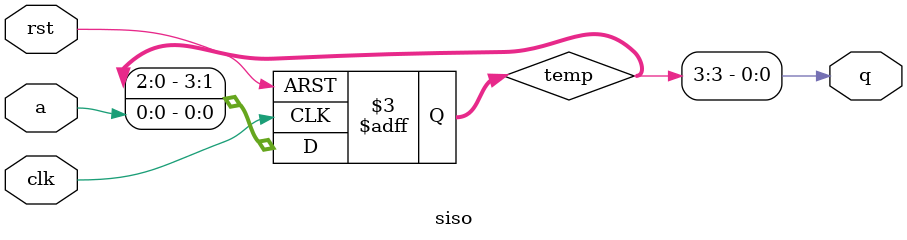
<source format=v>
module siso(a,clk,rst,q);
input clk,rst;
input a;
output q;
wire q;
reg [3:0]temp;
always@(posedge clk,posedge rst)
begin
if(rst==1)
temp<=4'b0000;
else
begin
temp[3]<=temp[2];
temp[2]<=temp[1];
temp[1]<=temp[0];
temp[0]<=a;
end
end
assign q=temp[3];
endmodule
</source>
